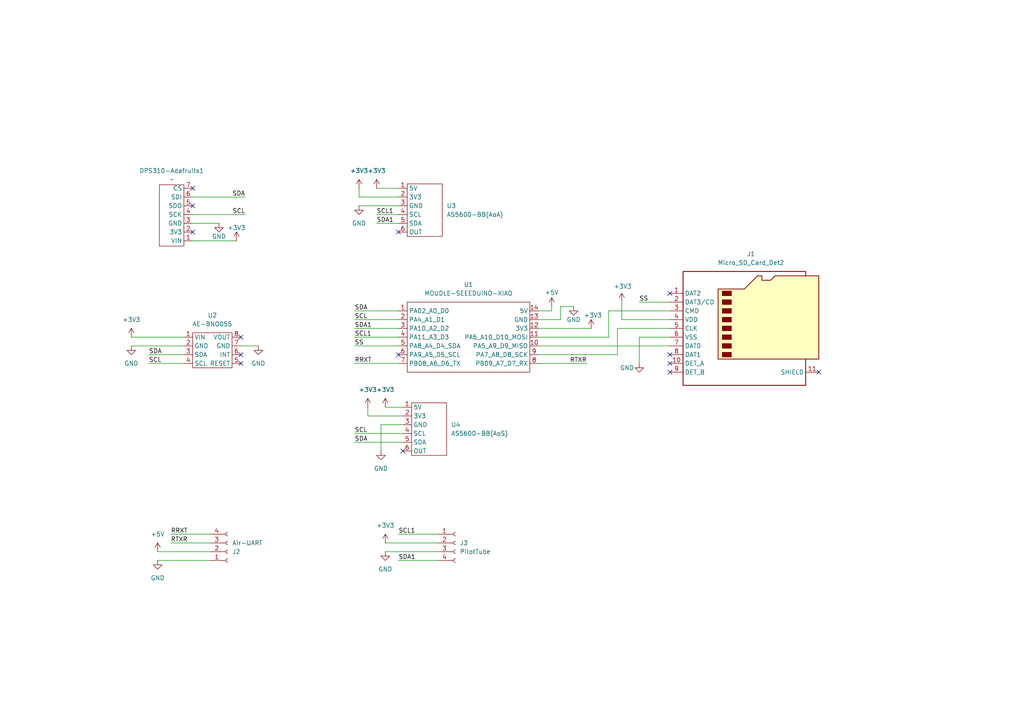
<source format=kicad_sch>
(kicad_sch (version 20250114) (generator "eeschema") (generator_version "9.0")
  (paper "A4")
  (lib_symbols
    (symbol "TORICA-25th:AS5600-BB"
      (property "Reference" "U" (at 0.254 11.684 0))
      (property "Value" "AS5600-BB" (at 0 9.652 0))
      (symbol "AS5600-BB_0_1"
        (rectangle (start -2.54 7.62) (end 7.62 -7.62))
      )
      (symbol "AS5600-BB_1_1"
        (pin power_in line (at -5.08 6.35 0) (length 2.54) (name "5V") (number "1"))
        (pin power_in line (at -5.08 3.81 0) (length 2.54) (name "3V3") (number "2"))
        (pin power_in line (at -5.08 1.27 0) (length 2.54) (name "GND") (number "3"))
        (pin bidirectional line (at -5.08 -1.27 0) (length 2.54) (name "SCL") (number "4"))
        (pin bidirectional line (at -5.08 -3.81 0) (length 2.54) (name "SDA") (number "5"))
        (pin bidirectional line (at -5.08 -6.35 0) (length 2.54) (name "OUT") (number "6"))
      )
    )
    (symbol "TORICA-25th:Conn_01x04_Socket" (pin_names (offset 1.016) (hide yes))
      (property "Reference" "J" (at 0 5.08 0))
      (property "Value" "Conn_01x04_Socket" (at 0 -7.62 0))
      (symbol "Conn_01x04_Socket_1_1"
        (polyline (pts (xy -1.27 2.54) (xy -0.508 2.54)) (stroke (width 0.1524)))
        (polyline (pts (xy -1.27 0) (xy -0.508 0)) (stroke (width 0.1524)))
        (polyline (pts (xy -1.27 -2.54) (xy -0.508 -2.54)) (stroke (width 0.1524)))
        (polyline (pts (xy -1.27 -5.08) (xy -0.508 -5.08)) (stroke (width 0.1524)))
        (arc (start 0 2.032) (mid -0.5058 2.54) (end 0 3.048) (stroke (width 0.1524)))
        (arc (start 0 -0.508) (mid -0.5058 0) (end 0 0.508) (stroke (width 0.1524)))
        (arc (start 0 -3.048) (mid -0.5058 -2.54) (end 0 -2.032) (stroke (width 0.1524)))
        (arc (start 0 -5.588) (mid -0.5058 -5.08) (end 0 -4.572) (stroke (width 0.1524)))
        (pin passive line (at -5.08 2.54 0) (length 3.81) (name "Pin_1") (number "1"))
        (pin passive line (at -5.08 0 0) (length 3.81) (name "Pin_2") (number "2"))
        (pin passive line (at -5.08 -2.54 0) (length 3.81) (name "Pin_3") (number "3"))
        (pin passive line (at -5.08 -5.08 0) (length 3.81) (name "Pin_4") (number "4"))
      )
    )
    (symbol "TORICA-25th:MOUDLE-SEEEDUINO-XIAO"
      (property "Reference" "U" (at -16.51 11.43 0))
      (property "Value" "MOUDLE-SEEEDUINO-XIAO" (at -3.81 -11.43 0))
      (symbol "MOUDLE-SEEEDUINO-XIAO_0_1"
        (rectangle (start -16.51 10.16) (end 19.05 -10.16))
      )
      (symbol "MOUDLE-SEEEDUINO-XIAO_1_1"
        (pin unspecified line (at -19.05 7.62 0) (length 2.54) (name "PA02_A0_D0") (number "1"))
        (pin unspecified line (at -19.05 5.08 0) (length 2.54) (name "PA4_A1_D1") (number "2"))
        (pin unspecified line (at -19.05 2.54 0) (length 2.54) (name "PA10_A2_D2") (number "3"))
        (pin unspecified line (at -19.05 -2.54 0) (length 2.54) (name "PA8_A4_D4_SDA") (number "5"))
        (pin unspecified line (at -19.05 -5.08 0) (length 2.54) (name "PA9_A5_D5_SCL") (number "6"))
        (pin unspecified line (at -19.05 -7.62 0) (length 2.54) (name "PB08_A6_D6_TX") (number "7"))
        (pin unspecified line (at -19.0468 0.0151 0) (length 2.54) (name "PA11_A3_D3") (number "4"))
        (pin unspecified line (at 21.59 7.62 180) (length 2.54) (name "5V") (number "14"))
        (pin unspecified line (at 21.59 5.08 180) (length 2.54) (name "GND") (number "13"))
        (pin unspecified line (at 21.59 2.54 180) (length 2.54) (name "3V3") (number "12"))
        (pin unspecified line (at 21.59 0 180) (length 2.54) (name "PA6_A10_D10_MOSI") (number "11"))
        (pin unspecified line (at 21.59 -2.54 180) (length 2.54) (name "PA5_A9_D9_MISO") (number "10"))
        (pin unspecified line (at 21.59 -5.08 180) (length 2.54) (name "PA7_A8_D8_SCK") (number "9"))
        (pin unspecified line (at 21.59 -7.62 180) (length 2.54) (name "PB09_A7_D7_RX") (number "8"))
      )
    )
    (symbol "TORICA-25th:Micro_SD_Card_Det2"
      (property "Reference" "J" (at -16.51 17.78 0))
      (property "Value" "Micro_SD_Card_Det2" (at 16.51 17.78 0))
      (symbol "Micro_SD_Card_Det2_0_1"
        (polyline (pts (xy -8.89 -8.89) (xy -8.89 11.43) (xy -1.27 11.43) (xy 2.54 15.24) (xy 3.81 15.24) (xy 3.81 13.97) (xy 6.35 13.97) (xy 7.62 15.24) (xy 20.32 15.24) (xy 20.32 -8.89) (xy -8.89 -8.89)) (stroke (width 0.254)) (fill (type background)))
        (rectangle (start -7.62 10.795) (end -5.08 9.525) (stroke (width 0.254)) (fill (type outline)))
        (rectangle (start -7.62 8.255) (end -5.08 6.985) (stroke (width 0.254)) (fill (type outline)))
        (rectangle (start -7.62 5.715) (end -5.08 4.445) (stroke (width 0.254)) (fill (type outline)))
        (rectangle (start -7.62 3.175) (end -5.08 1.905) (stroke (width 0.254)) (fill (type outline)))
        (rectangle (start -7.62 0.635) (end -5.08 -0.635) (stroke (width 0.254)) (fill (type outline)))
        (rectangle (start -7.62 -1.905) (end -5.08 -3.175) (stroke (width 0.254)) (fill (type outline)))
        (rectangle (start -7.62 -4.445) (end -5.08 -5.715) (stroke (width 0.254)) (fill (type outline)))
        (rectangle (start -7.62 -6.985) (end -5.08 -8.255) (stroke (width 0.254)) (fill (type outline)))
        (polyline (pts (xy 16.51 15.24) (xy 16.51 16.51) (xy -19.05 16.51) (xy -19.05 -16.51) (xy 16.51 -16.51) (xy 16.51 -8.89)) (stroke (width 0.254)))
      )
      (symbol "Micro_SD_Card_Det2_1_1"
        (pin bidirectional line (at -22.86 10.16 0) (length 3.81) (name "DAT2") (number "1"))
        (pin bidirectional line (at -22.86 7.62 0) (length 3.81) (name "DAT3/CD") (number "2"))
        (pin input line (at -22.86 5.08 0) (length 3.81) (name "CMD") (number "3"))
        (pin power_in line (at -22.86 2.54 0) (length 3.81) (name "VDD") (number "4"))
        (pin input line (at -22.86 0 0) (length 3.81) (name "CLK") (number "5"))
        (pin power_in line (at -22.86 -2.54 0) (length 3.81) (name "VSS") (number "6"))
        (pin bidirectional line (at -22.86 -5.08 0) (length 3.81) (name "DAT0") (number "7"))
        (pin bidirectional line (at -22.86 -7.62 0) (length 3.81) (name "DAT1") (number "8"))
        (pin passive line (at -22.86 -10.16 0) (length 3.81) (name "DET_A") (number "10"))
        (pin passive line (at -22.86 -12.7 0) (length 3.81) (name "DET_B") (number "9"))
        (pin passive line (at 20.32 -12.7 180) (length 3.81) (name "SHIELD") (number "11"))
      )
    )
    (symbol "ae-bno055:AE-BNO055"
      (property "Reference" "U" (at 5.08 1.27 0))
      (property "Value" "AE-BNO055" (at 5.08 3.81 0))
      (symbol "AE-BNO055_0_1"
        (rectangle (start 0 0) (end 11.43 -10.16))
        (rectangle (start 11.43 -10.16) (end 11.43 -10.16))
      )
      (symbol "AE-BNO055_1_1"
        (pin input line (at -2.54 -1.27 0) (length 2.54) (name "VIN") (number "1"))
        (pin input line (at -2.54 -3.81 0) (length 2.54) (name "GND") (number "2"))
        (pin input line (at -2.54 -6.35 0) (length 2.54) (name "SDA") (number "3"))
        (pin input line (at -2.54 -8.89 0) (length 2.54) (name "SCL") (number "4"))
        (pin input line (at 13.97 -1.27 180) (length 2.54) (name "VOUT") (number "8"))
        (pin input line (at 13.97 -3.81 180) (length 2.54) (name "GND") (number "7"))
        (pin input line (at 13.97 -6.35 180) (length 2.54) (name "INT") (number "6"))
        (pin input line (at 13.97 -8.89 180) (length 2.54) (name "RESET") (number "5"))
      )
    )
    (symbol "dps310-adafruits:DPS310-Adafruits"
      (property "Reference" "DPS310-Adafruits" (at 0.762 4.826 0))
      (symbol "DPS310-Adafruits_0_1"
        (rectangle (start -9.144 3.302) (end 8.636 -3.81))
      )
      (symbol "DPS310-Adafruits_1_0"
        (pin unspecified line (at -5.08 -6.35 90) (length 2.54) (name "3V3") (number "2"))
        (pin unspecified line (at -2.54 -6.35 90) (length 2.54) (name "GND") (number "3"))
        (pin unspecified line (at 0 -6.35 90) (length 2.54) (name "SCK") (number "4"))
        (pin unspecified line (at 2.54 -6.35 90) (length 2.54) (name "SDO") (number "5"))
        (pin unspecified line (at 5.08 -6.35 90) (length 2.54) (name "SDI") (number "6"))
        (pin unspecified line (at 7.62 -6.35 90) (length 2.54) (name "CS") (number "7"))
      )
      (symbol "DPS310-Adafruits_1_1"
        (pin unspecified line (at -7.62 -6.35 90) (length 2.54) (name "VIN") (number "1"))
      )
    )
    (symbol "power:+3V3" (power) (pin_numbers (hide yes)) (pin_names (offset 0) (hide yes))
      (property "Value" "+3V3" (at 0 3.556 0))
      (symbol "+3V3_0_1"
        (polyline (pts (xy -0.762 1.27) (xy 0 2.54)))
        (polyline (pts (xy 0 2.54) (xy 0.762 1.27)))
        (polyline (pts (xy 0 0) (xy 0 2.54)))
      )
      (symbol "+3V3_1_1"
        (pin power_in line (at 0 0 90) (length 0) (name "~") (number "1"))
      )
    )
    (symbol "power:+5V" (power) (pin_numbers (hide yes)) (pin_names (offset 0) (hide yes))
      (property "Value" "+5V" (at 0 3.556 0))
      (symbol "+5V_0_1"
        (polyline (pts (xy -0.762 1.27) (xy 0 2.54)))
        (polyline (pts (xy 0 2.54) (xy 0.762 1.27)))
        (polyline (pts (xy 0 0) (xy 0 2.54)))
      )
      (symbol "+5V_1_1"
        (pin power_in line (at 0 0 90) (length 0) (name "~") (number "1"))
      )
    )
    (symbol "power:GND" (power) (pin_numbers (hide yes)) (pin_names (offset 0) (hide yes))
      (property "Value" "GND" (at 0 -3.81 0))
      (symbol "GND_0_1"
        (polyline (pts (xy 0 0) (xy 0 -1.27) (xy 1.27 -1.27) (xy 0 -2.54) (xy -1.27 -1.27) (xy 0 -1.27)))
      )
      (symbol "GND_1_1"
        (pin power_in line (at 0 0 270) (length 0) (name "~") (number "1"))
      )
    )
  )
  (no_connect (at 194.31 105.41))
  (no_connect (at 69.85 105.41))
  (no_connect (at 55.88 54.61))
  (no_connect (at 69.85 97.79))
  (no_connect (at 55.88 67.31))
  (no_connect (at 115.57 67.31))
  (no_connect (at 80.01 222.885))
  (no_connect (at 237.49 107.95))
  (no_connect (at 55.88 59.69))
  (no_connect (at 194.31 102.87))
  (no_connect (at 116.84 130.81))
  (no_connect (at 69.85 102.87))
  (no_connect (at 194.31 85.09))
  (no_connect (at 194.31 107.95))
  (no_connect (at 115.57 102.87))
  (wire (pts (xy 156.21 105.41) (xy 170.18 105.41)))
  (wire (pts (xy 115.57 154.94) (xy 127 154.94)))
  (wire (pts (xy 115.57 97.79) (xy 115.57 97.7749)))
  (wire (pts (xy 180.34 92.71) (xy 180.34 87.63)))
  (wire (pts (xy 185.42 97.79) (xy 185.42 105.41)))
  (wire (pts (xy 109.22 64.77) (xy 115.57 64.77)))
  (wire (pts (xy 49.53 154.94) (xy 60.96 154.94)))
  (wire (pts (xy 156.21 95.25) (xy 171.45 95.25)))
  (wire (pts (xy 179.07 95.25) (xy 194.31 95.25)))
  (wire (pts (xy 115.57 62.23) (xy 109.22 62.23)))
  (wire (pts (xy 160.02 90.17) (xy 160.02 88.9)))
  (wire (pts (xy 45.72 162.56) (xy 60.96 162.56)))
  (wire (pts (xy 102.87 95.25) (xy 115.57 95.25)))
  (wire (pts (xy 102.87 125.73) (xy 116.84 125.73)))
  (wire (pts (xy 194.31 90.17) (xy 176.53 90.17)))
  (wire (pts (xy 176.53 97.79) (xy 156.21 97.79)))
  (wire (pts (xy 109.22 54.61) (xy 115.57 54.61)))
  (wire (pts (xy 194.31 92.71) (xy 180.34 92.71)))
  (wire (pts (xy 162.56 92.71) (xy 162.56 88.9)))
  (wire (pts (xy 156.21 90.17) (xy 160.02 90.17)))
  (wire (pts (xy 49.53 157.48) (xy 60.96 157.48)))
  (wire (pts (xy 102.87 92.71) (xy 115.57 92.71)))
  (wire (pts (xy 111.76 157.48) (xy 127 157.48)))
  (wire (pts (xy 45.72 160.02) (xy 60.96 160.02)))
  (wire (pts (xy 69.85 100.33) (xy 74.93 100.33)))
  (wire (pts (xy 102.87 105.41) (xy 115.57 105.41)))
  (wire (pts (xy 106.68 120.65) (xy 106.68 118.11)))
  (wire (pts (xy 156.21 92.71) (xy 162.56 92.71)))
  (wire (pts (xy 116.84 120.65) (xy 106.68 120.65)))
  (wire (pts (xy 111.76 118.11) (xy 116.84 118.11)))
  (wire (pts (xy 179.07 102.87) (xy 156.21 102.87)))
  (wire (pts (xy 55.88 62.23) (xy 71.12 62.23)))
  (wire (pts (xy 104.14 59.69) (xy 115.57 59.69)))
  (wire (pts (xy 55.88 57.15) (xy 71.12 57.15)))
  (wire (pts (xy 55.88 69.85) (xy 68.58 69.85)))
  (wire (pts (xy 102.87 97.79) (xy 115.57 97.79)))
  (wire (pts (xy 43.18 102.87) (xy 53.34 102.87)))
  (wire (pts (xy 110.49 123.19) (xy 110.49 130.81)))
  (wire (pts (xy 104.14 57.15) (xy 104.14 54.61)))
  (wire (pts (xy 176.53 90.17) (xy 176.53 97.79)))
  (wire (pts (xy 115.57 162.56) (xy 127 162.56)))
  (wire (pts (xy 55.88 64.77) (xy 63.5 64.77)))
  (wire (pts (xy 111.76 160.02) (xy 127 160.02)))
  (wire (pts (xy 156.21 100.33) (xy 194.31 100.33)))
  (wire (pts (xy 162.56 88.9) (xy 166.37 88.9)))
  (wire (pts (xy 38.1 97.79) (xy 53.34 97.79)))
  (wire (pts (xy 185.42 87.63) (xy 194.31 87.63)))
  (wire (pts (xy 115.57 57.15) (xy 104.14 57.15)))
  (wire (pts (xy 102.87 100.33) (xy 115.57 100.33)))
  (wire (pts (xy 115.57 97.7749) (xy 115.5732 97.7749)))
  (wire (pts (xy 102.87 90.17) (xy 115.57 90.17)))
  (wire (pts (xy 185.42 97.79) (xy 194.31 97.79)))
  (wire (pts (xy 116.84 123.19) (xy 110.49 123.19)))
  (wire (pts (xy 179.07 95.25) (xy 179.07 102.87)))
  (wire (pts (xy 43.18 105.41) (xy 53.34 105.41)))
  (wire (pts (xy 38.1 100.33) (xy 53.34 100.33)))
  (wire (pts (xy 102.87 128.27) (xy 116.84 128.27)))
  (label "SCL" (at 43.18 105.41 0))
  (label "SCL" (at 71.12 62.23 180))
  (label "SDA" (at 71.12 57.15 180))
  (label "RTXR" (at 49.53 157.48 0))
  (label "SDA1" (at 102.87 95.25 0))
  (label "SCL1" (at 115.57 154.94 0))
  (label "RRXT" (at 49.53 154.94 0))
  (label "SDA1" (at 109.22 64.77 0))
  (label "SCL1" (at 109.22 62.23 0))
  (label "SCL" (at 102.87 125.73 0))
  (label "SS" (at 102.87 100.33 0))
  (label "SCL1" (at 102.87 97.79 0))
  (label "SDA1" (at 115.57 162.56 0))
  (label "SDA" (at 102.87 90.17 0))
  (label "RTXR" (at 170.18 105.41 180))
  (label "SDA" (at 43.18 102.87 0))
  (label "SCL" (at 102.87 92.71 0))
  (label "RRXT" (at 102.87 105.41 0))
  (label "SS" (at 185.42 87.63 0))
  (label "SDA" (at 102.87 128.27 0))
  (symbol (lib_id "dps310-adafruits:DPS310-Adafruits") (at 49.53 62.23 90) (unit 1)
    (property "Reference" "DPS310-Adafruits1" (at 49.784 49.53 90))
    (property "Value" "~" (at 49.784 52.07 90))
    (property "Footprint" "TORICA_25th:DPS310-Adafruits" (effects (hide yes)))
  )
  (symbol (lib_id "power:+3V3") (at 38.1 97.79 0) (unit 1)
    (property "Reference" "#PWR012" (effects (hide yes)))
    (property "Value" "+3V3" (at 38.1 92.71 0))
    (property "Description" "Power symbol creates a global label with name \"+3V3\"" (effects (hide yes)))
  )
  (symbol (lib_id "TORICA-25th:MOUDLE-SEEEDUINO-XIAO") (at 134.62 97.79 0) (unit 1)
    (property "Reference" "U1" (at 135.89 82.55 0))
    (property "Value" "MOUDLE-SEEEDUINO-XIAO" (at 135.89 85.09 0))
    (property "Footprint" "TORICA25th:Seeeduino XIAO-MOUDLE14P-2.54-21X17.8MM" (effects (hide yes)))
  )
  (symbol (lib_id "power:GND") (at 74.93 100.33 0) (unit 1)
    (property "Reference" "#PWR018" (effects (hide yes)))
    (property "Value" "GND" (at 74.93 105.41 0))
    (property "Description" "Power symbol creates a global label with name \"GND\" , ground" (effects (hide yes)))
  )
  (symbol (lib_id "ae-bno055:AE-BNO055") (at 55.88 96.52 0) (unit 1)
    (property "Reference" "U2" (at 61.595 91.44 0))
    (property "Value" "AE-BNO055" (at 61.595 93.98 0))
    (property "Footprint" "TORICA_25th:AE-BNO055" (effects (hide yes)))
  )
  (symbol (lib_id "power:+3V3") (at 171.45 95.25 0) (unit 1)
    (property "Reference" "#PWR01" (effects (hide yes)))
    (property "Value" "+3V3" (at 171.958 91.44 0))
    (property "Description" "Power symbol creates a global label with name \"+3V3\"" (effects (hide yes)))
  )
  (symbol (lib_id "power:+3V3") (at 180.34 87.63 0) (unit 1)
    (property "Reference" "#PWR05" (effects (hide yes)))
    (property "Value" "+3V3" (at 180.594 83.058 0))
    (property "Description" "Power symbol creates a global label with name \"+3V3\"" (effects (hide yes)))
  )
  (symbol (lib_id "power:GND") (at 166.37 88.9 0) (unit 1)
    (property "Reference" "#PWR02" (effects (hide yes)))
    (property "Value" "GND" (at 166.37 92.71 0))
    (property "Description" "Power symbol creates a global label with name \"GND\" , ground" (effects (hide yes)))
  )
  (symbol (lib_id "power:GND") (at 111.76 160.02 0) (unit 1)
    (property "Reference" "#PWR015" (effects (hide yes)))
    (property "Value" "GND" (at 111.76 165.1 0))
    (property "Description" "Power symbol creates a global label with name \"GND\" , ground" (effects (hide yes)))
  )
  (symbol (lib_id "TORICA-25th:Micro_SD_Card_Det2") (at 217.17 95.25 0) (unit 1)
    (property "Reference" "J1" (at 217.805 73.66 0))
    (property "Value" "Micro_SD_Card_Det2" (at 217.805 76.2 0))
    (property "Footprint" "TORICA25th:microSD_AE-MICRO-SD-DIP" (effects (hide yes)))
    (property "Datasheet" "https://www.hirose.com/en/product/document?clcode=&productname=&series=DM3&documenttype=Catalog&lang=en&documentid=D49662_en" (effects (hide yes)))
    (property "Description" "Micro SD Card Socket with two card detection pins" (effects (hide yes)))
  )
  (symbol (lib_id "power:+5V") (at 45.72 160.02 0) (unit 1)
    (property "Reference" "#PWR016" (effects (hide yes)))
    (property "Value" "+5V" (at 45.72 154.94 0))
    (property "Description" "Power symbol creates a global label with name \"+5V\"" (effects (hide yes)))
  )
  (symbol (lib_id "power:+3V3") (at 111.76 118.11 0) (unit 1)
    (property "Reference" "#PWR09" (effects (hide yes)))
    (property "Value" "+3V3" (at 111.76 113.03 0))
    (property "Description" "Power symbol creates a global label with name \"+3V3\"" (effects (hide yes)))
  )
  (symbol (lib_id "power:GND") (at 63.5 64.77 0) (unit 1)
    (property "Reference" "#PWR019" (effects (hide yes)))
    (property "Value" "GND" (at 63.5 68.58 0))
    (property "Description" "Power symbol creates a global label with name \"GND\" , ground" (effects (hide yes)))
  )
  (symbol (lib_id "power:GND") (at 185.42 105.41 0) (unit 1)
    (property "Reference" "#PWR04" (effects (hide yes)))
    (property "Value" "GND" (at 181.864 106.68 0))
    (property "Description" "Power symbol creates a global label with name \"GND\" , ground" (effects (hide yes)))
  )
  (symbol (lib_id "TORICA-25th:Conn_01x04_Socket") (at 66.04 160.02 0) (mirror x) (unit 1)
    (property "Reference" "J2" (at 67.31 160.0201 0) (effects (justify left)))
    (property "Value" "Air-UART" (at 67.31 157.4801 0) (effects (justify left)))
    (property "Footprint" "TORICA25th:JST_XH_S4B-XH-A_1x04_P2.50mm_Horizontal" (effects (hide yes)))
    (property "Description" "Generic connector, single row, 01x04, script generated" (effects (hide yes)))
  )
  (symbol (lib_id "power:+3V3") (at 111.76 157.48 0) (unit 1)
    (property "Reference" "#PWR014" (effects (hide yes)))
    (property "Value" "+3V3" (at 111.76 152.4 0))
    (property "Description" "Power symbol creates a global label with name \"+3V3\"" (effects (hide yes)))
  )
  (symbol (lib_id "power:+5V") (at 160.02 88.9 0) (unit 1)
    (property "Reference" "#PWR03" (effects (hide yes)))
    (property "Value" "+5V" (at 160.02 84.836 0))
    (property "Description" "Power symbol creates a global label with name \"+5V\"" (effects (hide yes)))
  )
  (symbol (lib_id "power:GND") (at 38.1 100.33 0) (unit 1)
    (property "Reference" "#PWR013" (effects (hide yes)))
    (property "Value" "GND" (at 38.1 105.41 0))
    (property "Description" "Power symbol creates a global label with name \"GND\" , ground" (effects (hide yes)))
  )
  (symbol (lib_id "power:GND") (at 104.14 59.69 0) (unit 1)
    (property "Reference" "#PWR06" (effects (hide yes)))
    (property "Value" "GND" (at 104.14 64.77 0))
    (property "Description" "Power symbol creates a global label with name \"GND\" , ground" (effects (hide yes)))
  )
  (symbol (lib_id "TORICA-25th:Conn_01x04_Socket") (at 132.08 157.48 0) (unit 1)
    (property "Reference" "J3" (at 133.35 157.4799 0) (effects (justify left)))
    (property "Value" "PilotTube" (at 133.35 160.0199 0) (effects (justify left)))
    (property "Footprint" "TORICA25th:JST_XH_S4B-XH-A_1x04_P2.50mm_Horizontal" (effects (hide yes)))
    (property "Description" "Generic connector, single row, 01x04, script generated" (effects (hide yes)))
  )
  (symbol (lib_id "power:GND") (at 45.72 162.56 0) (unit 1)
    (property "Reference" "#PWR017" (effects (hide yes)))
    (property "Value" "GND" (at 45.72 167.64 0))
    (property "Description" "Power symbol creates a global label with name \"GND\" , ground" (effects (hide yes)))
  )
  (symbol (lib_id "power:GND") (at 110.49 130.81 0) (unit 1)
    (property "Reference" "#PWR011" (effects (hide yes)))
    (property "Value" "GND" (at 110.49 135.89 0))
    (property "Description" "Power symbol creates a global label with name \"GND\" , ground" (effects (hide yes)))
  )
  (symbol (lib_id "power:+3V3") (at 68.58 69.85 0) (unit 1)
    (property "Reference" "#PWR020" (effects (hide yes)))
    (property "Value" "+3V3" (at 68.58 66.04 0))
    (property "Description" "Power symbol creates a global label with name \"+3V3\"" (effects (hide yes)))
  )
  (symbol (lib_id "power:+3V3") (at 109.22 54.61 0) (unit 1)
    (property "Reference" "#PWR07" (effects (hide yes)))
    (property "Value" "+3V3" (at 109.22 49.53 0))
    (property "Description" "Power symbol creates a global label with name \"+3V3\"" (effects (hide yes)))
  )
  (symbol (lib_id "power:+3V3") (at 104.14 54.61 0) (unit 1)
    (property "Reference" "#PWR08" (effects (hide yes)))
    (property "Value" "+3V3" (at 104.14 49.53 0))
    (property "Description" "Power symbol creates a global label with name \"+3V3\"" (effects (hide yes)))
  )
  (symbol (lib_id "TORICA-25th:AS5600-BB") (at 120.65 60.96 0) (unit 1)
    (property "Reference" "U3" (at 129.54 59.6899 0) (effects (justify left)))
    (property "Value" "AS5600-BB(AoA)" (at 129.54 62.2299 0) (effects (justify left)))
    (property "Footprint" "TORICA25th:AS5600(vertical)" (effects (hide yes)))
    (property "Description" "AS5600 Breakout Board" (effects (hide yes)))
  )
  (symbol (lib_id "TORICA-25th:AS5600-BB") (at 121.92 124.46 0) (unit 1)
    (property "Reference" "U4" (at 130.81 123.1899 0) (effects (justify left)))
    (property "Value" "AS5600-BB(AoS)" (at 130.81 125.7299 0) (effects (justify left)))
    (property "Footprint" "TORICA25th:AS5600BB_THT" (effects (hide yes)))
    (property "Description" "AS5600 Breakout Board" (effects (hide yes)))
  )
  (symbol (lib_id "power:+3V3") (at 106.68 118.11 0) (unit 1)
    (property "Reference" "#PWR010" (effects (hide yes)))
    (property "Value" "+3V3" (at 106.68 113.03 0))
    (property "Description" "Power symbol creates a global label with name \"+3V3\"" (effects (hide yes)))
  )
)
</source>
